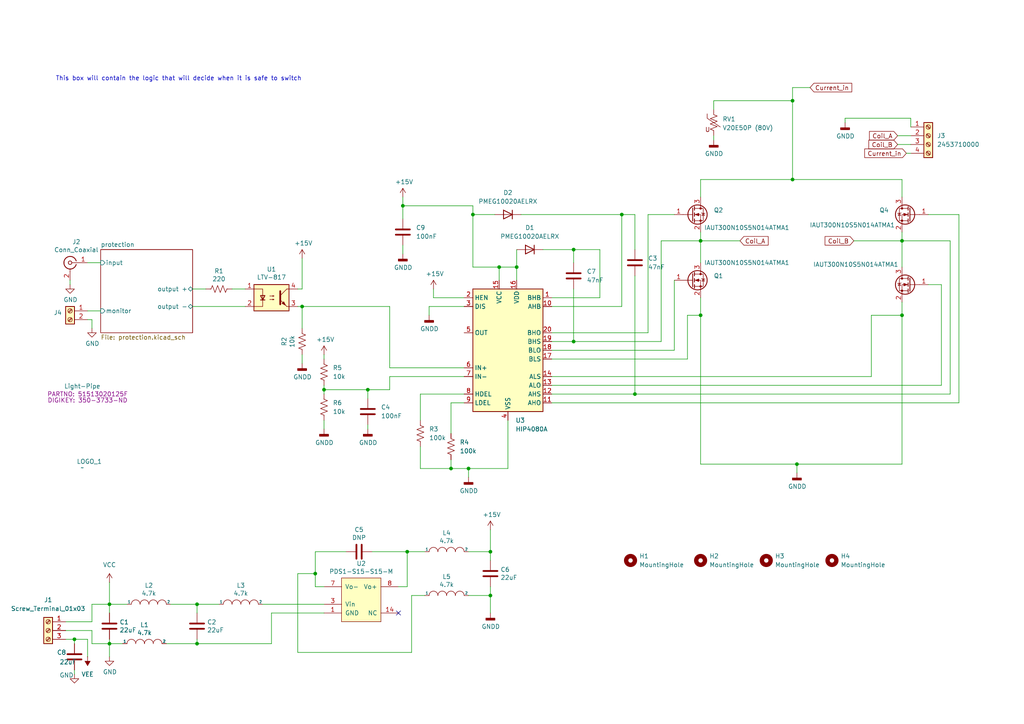
<source format=kicad_sch>
(kicad_sch (version 20231120) (generator "eeschema") (generator_version "8.0")
  (paper "A4")
  (title_block (title "H_Bridge") (date "04/20/2024"))
  (lib_symbols
    (symbol "Coil_speedifier-rescue:+15V-power" (power) (pin_names (offset 0))
      (property "Value" "power_+15V" (at 0 3.556 0))
      (symbol "+15V-power_0_1"
        (polyline (pts (xy -0.762 1.27) (xy 0 2.54)))
        (polyline (pts (xy 0 0) (xy 0 2.54)))
        (polyline (pts (xy 0 2.54) (xy 0.762 1.27)))
      )
      (symbol "+15V-power_1_1"
        (pin power_in line (at 0 0 90) (length 0) hide (name "+15V") (number "1"))
      )
    )
    (symbol "Coil_speedifier-rescue:GND-power" (power) (pin_names (offset 0))
      (property "Value" "power_GND" (at 0 -3.81 0))
      (symbol "GND-power_0_1"
        (polyline (pts (xy 0 0) (xy 0 -1.27) (xy 1.27 -1.27) (xy 0 -2.54) (xy -1.27 -1.27) (xy 0 -1.27)))
      )
      (symbol "GND-power_1_1"
        (pin power_in line (at 0 0 270) (length 0) hide (name "GND") (number "1"))
      )
    )
    (symbol "Coil_speedifier-rescue:GNDD-power" (power) (pin_names (offset 0))
      (property "Value" "power_GNDD" (at 0 -3.175 0))
      (symbol "GNDD-power_0_1"
        (rectangle (start -1.27 -1.524) (end 1.27 -2.032) (stroke (width 0.254)) (fill (type outline)))
        (polyline (pts (xy 0 0) (xy 0 -1.524)))
      )
      (symbol "GNDD-power_1_1"
        (pin power_in line (at 0 0 270) (length 0) hide (name "GNDD") (number "1"))
      )
    )
    (symbol "Coil_speedifier-rescue:INDUCTOR-pspice" (pin_numbers hide) (pin_names (offset 0))
      (property "Reference" "L" (at 0 2.54 0))
      (property "Value" "pspice_INDUCTOR" (at 0 -1.27 0))
      (symbol "INDUCTOR-pspice_0_1"
        (arc (start -2.54 0) (mid -3.81 1.27) (end -5.08 0))
        (arc (start 0 0) (mid -1.27 1.27) (end -2.54 0))
        (arc (start 2.54 0) (mid 1.27 1.27) (end 0 0))
        (arc (start 5.08 0) (mid 3.81 1.27) (end 2.54 0))
      )
      (symbol "INDUCTOR-pspice_1_1"
        (pin input line (at -6.35 0 0) (length 1.27) (name "1") (number "1"))
        (pin input line (at 6.35 0 180) (length 1.27) (name "2") (number "2"))
      )
    )
    (symbol "Connecteor:spare" (exclude_from_sim yes) (on_board no))
    (symbol "Connector:Conn_Coaxial" (pin_names (offset 1.016) hide)
      (property "Reference" "J" (at 0.254 3.048 0))
      (property "Value" "Conn_Coaxial" (at 2.921 0 90))
      (symbol "Conn_Coaxial_0_1"
        (arc (start -1.778 -0.508) (mid 0.2311 -1.8066) (end 1.778 0) (stroke (width 0.254)))
        (polyline (pts (xy -2.54 0) (xy -0.508 0)))
        (polyline (pts (xy 0 -2.54) (xy 0 -1.778)))
        (circle (center 0 0) (radius 0.508) (stroke (width 0.2032)))
        (arc (start 1.778 0) (mid 0.2099 1.8101) (end -1.778 0.508) (stroke (width 0.254)))
      )
      (symbol "Conn_Coaxial_1_1"
        (pin passive line (at -5.08 0 0) (length 2.54) (name "In") (number "1"))
        (pin passive line (at 0 -5.08 90) (length 2.54) (name "Ext") (number "2"))
      )
    )
    (symbol "Connector:Screw_Terminal_01x02" (pin_names (offset 1.016) hide)
      (property "Reference" "J" (at 0 2.54 0))
      (property "Value" "Screw_Terminal_01x02" (at 0 -5.08 0))
      (symbol "Screw_Terminal_01x02_1_1"
        (rectangle (start -1.27 1.27) (end 1.27 -3.81) (stroke (width 0.254)) (fill (type background)))
        (circle (center 0 -2.54) (radius 0.635) (stroke (width 0.1524)))
        (polyline (pts (xy -0.5334 -2.2098) (xy 0.3302 -3.048)) (stroke (width 0.1524)))
        (polyline (pts (xy -0.5334 0.3302) (xy 0.3302 -0.508)) (stroke (width 0.1524)))
        (polyline (pts (xy -0.3556 -2.032) (xy 0.508 -2.8702)) (stroke (width 0.1524)))
        (polyline (pts (xy -0.3556 0.508) (xy 0.508 -0.3302)) (stroke (width 0.1524)))
        (circle (center 0 0) (radius 0.635) (stroke (width 0.1524)))
        (pin passive line (at -5.08 0 0) (length 3.81) (name "Pin_1") (number "1"))
        (pin passive line (at -5.08 -2.54 0) (length 3.81) (name "Pin_2") (number "2"))
      )
    )
    (symbol "Connector:Screw_Terminal_01x03" (pin_names (offset 1.016) hide)
      (property "Reference" "J" (at 0 5.08 0))
      (property "Value" "Screw_Terminal_01x03" (at 0 -5.08 0))
      (symbol "Screw_Terminal_01x03_1_1"
        (rectangle (start -1.27 3.81) (end 1.27 -3.81) (stroke (width 0.254)) (fill (type background)))
        (circle (center 0 -2.54) (radius 0.635) (stroke (width 0.1524)))
        (polyline (pts (xy -0.5334 -2.2098) (xy 0.3302 -3.048)) (stroke (width 0.1524)))
        (polyline (pts (xy -0.5334 0.3302) (xy 0.3302 -0.508)) (stroke (width 0.1524)))
        (polyline (pts (xy -0.5334 2.8702) (xy 0.3302 2.032)) (stroke (width 0.1524)))
        (polyline (pts (xy -0.3556 -2.032) (xy 0.508 -2.8702)) (stroke (width 0.1524)))
        (polyline (pts (xy -0.3556 0.508) (xy 0.508 -0.3302)) (stroke (width 0.1524)))
        (polyline (pts (xy -0.3556 3.048) (xy 0.508 2.2098)) (stroke (width 0.1524)))
        (circle (center 0 0) (radius 0.635) (stroke (width 0.1524)))
        (circle (center 0 2.54) (radius 0.635) (stroke (width 0.1524)))
        (pin passive line (at -5.08 2.54 0) (length 3.81) (name "Pin_1") (number "1"))
        (pin passive line (at -5.08 0 0) (length 3.81) (name "Pin_2") (number "2"))
        (pin passive line (at -5.08 -2.54 0) (length 3.81) (name "Pin_3") (number "3"))
      )
    )
    (symbol "Connector:Screw_Terminal_01x04" (pin_names (offset 1.016) hide)
      (property "Reference" "J" (at 0 5.08 0))
      (property "Value" "Screw_Terminal_01x04" (at 0 -7.62 0))
      (symbol "Screw_Terminal_01x04_1_1"
        (rectangle (start -1.27 3.81) (end 1.27 -6.35) (stroke (width 0.254)) (fill (type background)))
        (circle (center 0 -5.08) (radius 0.635) (stroke (width 0.1524)))
        (circle (center 0 -2.54) (radius 0.635) (stroke (width 0.1524)))
        (polyline (pts (xy -0.5334 -4.7498) (xy 0.3302 -5.588)) (stroke (width 0.1524)))
        (polyline (pts (xy -0.5334 -2.2098) (xy 0.3302 -3.048)) (stroke (width 0.1524)))
        (polyline (pts (xy -0.5334 0.3302) (xy 0.3302 -0.508)) (stroke (width 0.1524)))
        (polyline (pts (xy -0.5334 2.8702) (xy 0.3302 2.032)) (stroke (width 0.1524)))
        (polyline (pts (xy -0.3556 -4.572) (xy 0.508 -5.4102)) (stroke (width 0.1524)))
        (polyline (pts (xy -0.3556 -2.032) (xy 0.508 -2.8702)) (stroke (width 0.1524)))
        (polyline (pts (xy -0.3556 0.508) (xy 0.508 -0.3302)) (stroke (width 0.1524)))
        (polyline (pts (xy -0.3556 3.048) (xy 0.508 2.2098)) (stroke (width 0.1524)))
        (circle (center 0 0) (radius 0.635) (stroke (width 0.1524)))
        (circle (center 0 2.54) (radius 0.635) (stroke (width 0.1524)))
        (pin passive line (at -5.08 2.54 0) (length 3.81) (name "Pin_1") (number "1"))
        (pin passive line (at -5.08 0 0) (length 3.81) (name "Pin_2") (number "2"))
        (pin passive line (at -5.08 -2.54 0) (length 3.81) (name "Pin_3") (number "3"))
        (pin passive line (at -5.08 -5.08 0) (length 3.81) (name "Pin_4") (number "4"))
      )
    )
    (symbol "Device:C" (pin_numbers hide) (pin_names (offset 0.254))
      (property "Reference" "C" (at 0.635 2.54 0))
      (property "Value" "C" (at 0.635 -2.54 0))
      (symbol "C_0_1"
        (polyline (pts (xy -2.032 -0.762) (xy 2.032 -0.762)) (stroke (width 0.508)))
        (polyline (pts (xy -2.032 0.762) (xy 2.032 0.762)) (stroke (width 0.508)))
      )
      (symbol "C_1_1"
        (pin passive line (at 0 3.81 270) (length 2.794) (name "~") (number "1"))
        (pin passive line (at 0 -3.81 90) (length 2.794) (name "~") (number "2"))
      )
    )
    (symbol "Device:D" (pin_numbers hide) (pin_names (offset 1.016) hide)
      (property "Reference" "D" (at 0 2.54 0))
      (property "Value" "D" (at 0 -2.54 0))
      (symbol "D_0_1"
        (polyline (pts (xy -1.27 1.27) (xy -1.27 -1.27)) (stroke (width 0.254)))
        (polyline (pts (xy 1.27 0) (xy -1.27 0)))
        (polyline (pts (xy 1.27 1.27) (xy 1.27 -1.27) (xy -1.27 0) (xy 1.27 1.27)) (stroke (width 0.254)))
      )
      (symbol "D_1_1"
        (pin passive line (at -3.81 0 0) (length 2.54) (name "K") (number "1"))
        (pin passive line (at 3.81 0 180) (length 2.54) (name "A") (number "2"))
      )
    )
    (symbol "Device:Q_NMOS_GSD" (pin_names (offset 0) hide)
      (property "Reference" "Q" (at 5.08 1.27 0))
      (property "Value" "Q_NMOS_GSD" (at 5.08 -1.27 0))
      (symbol "Q_NMOS_GSD_0_1"
        (polyline (pts (xy 0.254 0) (xy -2.54 0)))
        (polyline (pts (xy 0.254 1.905) (xy 0.254 -1.905)) (stroke (width 0.254)))
        (polyline (pts (xy 0.762 -1.27) (xy 0.762 -2.286)) (stroke (width 0.254)))
        (polyline (pts (xy 0.762 0.508) (xy 0.762 -0.508)) (stroke (width 0.254)))
        (polyline (pts (xy 0.762 2.286) (xy 0.762 1.27)) (stroke (width 0.254)))
        (polyline (pts (xy 2.54 2.54) (xy 2.54 1.778)))
        (polyline (pts (xy 2.54 -2.54) (xy 2.54 0) (xy 0.762 0)))
        (polyline (pts (xy 0.762 -1.778) (xy 3.302 -1.778) (xy 3.302 1.778) (xy 0.762 1.778)))
        (polyline (pts (xy 1.016 0) (xy 2.032 0.381) (xy 2.032 -0.381) (xy 1.016 0)) (fill (type outline)))
        (polyline (pts (xy 2.794 0.508) (xy 2.921 0.381) (xy 3.683 0.381) (xy 3.81 0.254)))
        (polyline (pts (xy 3.302 0.381) (xy 2.921 -0.254) (xy 3.683 -0.254) (xy 3.302 0.381)))
        (circle (center 1.651 0) (radius 2.794) (stroke (width 0.254)))
        (circle (center 2.54 -1.778) (radius 0.254) (fill (type outline)))
        (circle (center 2.54 1.778) (radius 0.254) (fill (type outline)))
      )
      (symbol "Q_NMOS_GSD_1_1"
        (pin input line (at -5.08 0 0) (length 2.54) (name "G") (number "1"))
        (pin passive line (at 2.54 -5.08 90) (length 2.54) (name "S") (number "2"))
        (pin passive line (at 2.54 5.08 270) (length 2.54) (name "D") (number "3"))
      )
    )
    (symbol "Device:R_US" (pin_numbers hide) (pin_names (offset 0))
      (property "Reference" "R" (at 2.54 0 90))
      (property "Value" "R_US" (at -2.54 0 90))
      (symbol "R_US_0_1"
        (polyline (pts (xy 0 -2.286) (xy 0 -2.54)))
        (polyline (pts (xy 0 2.286) (xy 0 2.54)))
        (polyline (pts (xy 0 -0.762) (xy 1.016 -1.143) (xy 0 -1.524) (xy -1.016 -1.905) (xy 0 -2.286)))
        (polyline (pts (xy 0 0.762) (xy 1.016 0.381) (xy 0 0) (xy -1.016 -0.381) (xy 0 -0.762)))
        (polyline (pts (xy 0 2.286) (xy 1.016 1.905) (xy 0 1.524) (xy -1.016 1.143) (xy 0 0.762)))
      )
      (symbol "R_US_1_1"
        (pin passive line (at 0 3.81 270) (length 1.27) (name "~") (number "1"))
        (pin passive line (at 0 -3.81 90) (length 1.27) (name "~") (number "2"))
      )
    )
    (symbol "Device:Varistor_US" (pin_numbers hide) (pin_names (offset 0))
      (property "Reference" "RV" (at 3.175 0 90))
      (property "Value" "Varistor_US" (at -3.175 0 90))
      (symbol "Varistor_US_0_0"
        (text "U" (at -1.778 -2.032 0) (effects (font (size 1.27 1.27))))
      )
      (symbol "Varistor_US_0_1"
        (polyline (pts (xy 0 -2.286) (xy 0 -2.54)))
        (polyline (pts (xy 0 2.286) (xy 0 2.54)))
        (polyline (pts (xy -1.905 2.54) (xy -1.905 1.27) (xy 1.905 -1.27)))
        (polyline (pts (xy 0 -0.762) (xy 1.016 -1.143) (xy 0 -1.524) (xy -1.016 -1.905) (xy 0 -2.286)))
        (polyline (pts (xy 0 0.762) (xy 1.016 0.381) (xy 0 0) (xy -1.016 -0.381) (xy 0 -0.762)))
        (polyline (pts (xy 0 2.286) (xy 1.016 1.905) (xy 0 1.524) (xy -1.016 1.143) (xy 0 0.762)))
      )
      (symbol "Varistor_US_1_1"
        (pin passive line (at 0 3.81 270) (length 1.27) (name "~") (number "1"))
        (pin passive line (at 0 -3.81 90) (length 1.27) (name "~") (number "2"))
      )
    )
    (symbol "Driver_FET:HIP4080A"
      (property "Reference" "U" (at 5.08 21.59 0))
      (property "Value" "HIP4080A" (at 5.08 19.05 0))
      (symbol "HIP4080A_0_1"
        (rectangle (start -10.16 -17.78) (end 10.16 17.78) (stroke (width 0.254)) (fill (type background)))
      )
      (symbol "HIP4080A_1_1"
        (pin input line (at 12.7 15.24 180) (length 2.54) (name "BHB") (number "1"))
        (pin input line (at 12.7 12.7 180) (length 2.54) (name "AHB") (number "10"))
        (pin output line (at 12.7 -15.24 180) (length 2.54) (name "AHO") (number "11"))
        (pin passive line (at 12.7 -12.7 180) (length 2.54) (name "AHS") (number "12"))
        (pin output line (at 12.7 -10.16 180) (length 2.54) (name "ALO") (number "13"))
        (pin passive line (at 12.7 -7.62 180) (length 2.54) (name "ALS") (number "14"))
        (pin power_in line (at -2.54 20.32 270) (length 2.54) (name "VCC") (number "15"))
        (pin power_in line (at 2.54 20.32 270) (length 2.54) (name "VDD") (number "16"))
        (pin passive line (at 12.7 -2.54 180) (length 2.54) (name "BLS") (number "17"))
        (pin output line (at 12.7 0 180) (length 2.54) (name "BLO") (number "18"))
        (pin passive line (at 12.7 2.54 180) (length 2.54) (name "BHS") (number "19"))
        (pin output line (at -12.7 15.24 0) (length 2.54) (name "HEN") (number "2"))
        (pin output line (at 12.7 5.08 180) (length 2.54) (name "BHO") (number "20"))
        (pin output line (at -12.7 12.7 0) (length 2.54) (name "DIS") (number "3"))
        (pin power_in line (at 0 -20.32 90) (length 2.54) (name "VSS") (number "4"))
        (pin output line (at -12.7 5.08 0) (length 2.54) (name "OUT") (number "5"))
        (pin input line (at -12.7 -5.08 0) (length 2.54) (name "IN+") (number "6"))
        (pin input line (at -12.7 -7.62 0) (length 2.54) (name "IN-") (number "7"))
        (pin passive line (at -12.7 -12.7 0) (length 2.54) (name "HDEL") (number "8"))
        (pin passive line (at -12.7 -15.24 0) (length 2.54) (name "LDEL") (number "9"))
      )
    )
    (symbol "Isolator:LTV-817" (pin_names (offset 1.016))
      (property "Reference" "U" (at -5.08 5.08 0))
      (property "Value" "LTV-817" (at 0 5.08 0))
      (symbol "LTV-817_0_1"
        (rectangle (start -5.08 3.81) (end 5.08 -3.81) (stroke (width 0.254)) (fill (type background)))
        (polyline (pts (xy -3.175 -0.635) (xy -1.905 -0.635)) (stroke (width 0.254)))
        (polyline (pts (xy 2.54 0.635) (xy 4.445 2.54)))
        (polyline (pts (xy 4.445 -2.54) (xy 2.54 -0.635)) (fill (type outline)))
        (polyline (pts (xy 4.445 -2.54) (xy 5.08 -2.54)))
        (polyline (pts (xy 4.445 2.54) (xy 5.08 2.54)))
        (polyline (pts (xy -5.08 2.54) (xy -2.54 2.54) (xy -2.54 -0.762)))
        (polyline (pts (xy -2.54 -0.635) (xy -2.54 -2.54) (xy -5.08 -2.54)))
        (polyline (pts (xy 2.54 1.905) (xy 2.54 -1.905) (xy 2.54 -1.905)) (stroke (width 0.508)))
        (polyline (pts (xy -2.54 -0.635) (xy -3.175 0.635) (xy -1.905 0.635) (xy -2.54 -0.635)) (stroke (width 0.254)))
        (polyline (pts (xy -0.508 -0.508) (xy 0.762 -0.508) (xy 0.381 -0.635) (xy 0.381 -0.381) (xy 0.762 -0.508)))
        (polyline (pts (xy -0.508 0.508) (xy 0.762 0.508) (xy 0.381 0.381) (xy 0.381 0.635) (xy 0.762 0.508)))
        (polyline (pts (xy 3.048 -1.651) (xy 3.556 -1.143) (xy 4.064 -2.159) (xy 3.048 -1.651) (xy 3.048 -1.651)) (fill (type outline)))
      )
      (symbol "LTV-817_1_1"
        (pin passive line (at -7.62 2.54 0) (length 2.54) (name "~") (number "1"))
        (pin passive line (at -7.62 -2.54 0) (length 2.54) (name "~") (number "2"))
        (pin passive line (at 7.62 -2.54 180) (length 2.54) (name "~") (number "3"))
        (pin passive line (at 7.62 2.54 180) (length 2.54) (name "~") (number "4"))
      )
    )
    (symbol "Mechanical:MountingHole" (pin_names (offset 1.016)) (exclude_from_sim yes) (in_bom no)
      (property "Reference" "H" (at 0 5.08 0))
      (property "Value" "MountingHole" (at 0 3.175 0))
      (symbol "MountingHole_0_1"
        (circle (center 0 0) (radius 1.27) (stroke (width 1.27)))
      )
    )
    (symbol "coil_speedifier:PDS1-S15-S15-M" (pin_names (offset 1.016))
      (property "Reference" "U" (at -1.27 13.97 0))
      (property "Value" "PDS1-S15-S15-M" (at 2.54 -1.27 0))
      (symbol "PDS1-S15-S15-M_0_1"
        (rectangle (start 0 12.7) (end 11.43 0) (fill (type background)))
      )
      (symbol "PDS1-S15-S15-M_1_1"
        (pin input line (at -5.08 10.16 0) (length 5.08) (name "GND") (number "1"))
        (pin input line (at 16.51 10.16 180) (length 5.08) (name "NC") (number "14"))
        (pin input line (at -5.08 7.62 0) (length 5.08) (name "Vin") (number "3"))
        (pin input line (at -5.08 2.54 0) (length 5.08) (name "Vo-") (number "7"))
        (pin input line (at 16.51 2.54 180) (length 5.08) (name "Vo+") (number "8"))
      )
    )
    (symbol "power:VCC" (power) (pin_numbers hide) (pin_names (offset 0) hide)
      (property "Value" "VCC" (at 0 3.556 0))
      (symbol "VCC_0_1"
        (polyline (pts (xy -0.762 1.27) (xy 0 2.54)))
        (polyline (pts (xy 0 0) (xy 0 2.54)))
        (polyline (pts (xy 0 2.54) (xy 0.762 1.27)))
      )
      (symbol "VCC_1_1"
        (pin power_in line (at 0 0 90) (length 0) (name "~") (number "1"))
      )
    )
    (symbol "power:VEE" (power) (pin_numbers hide) (pin_names (offset 0) hide)
      (property "Value" "VEE" (at 0 3.556 0))
      (symbol "VEE_0_1"
        (polyline (pts (xy 0 0) (xy 0 2.54)))
        (polyline (pts (xy 0.762 1.27) (xy -0.762 1.27) (xy 0 2.54) (xy 0.762 1.27)) (fill (type outline)))
      )
      (symbol "VEE_1_1"
        (pin power_in line (at 0 0 90) (length 0) (name "~") (number "1"))
      )
    )
  )
  (junction (at 203.2 91.44))
  (junction (at 231.14 134.62))
  (junction (at 57.15 186.69))
  (junction (at 149.86 77.47))
  (junction (at 142.24 172.72))
  (junction (at 261.62 91.44))
  (junction (at 184.15 114.3))
  (junction (at 137.16 62.23))
  (junction (at 135.89 135.89))
  (junction (at 116.84 59.69))
  (junction (at 229.87 29.21))
  (junction (at 229.87 52.07))
  (junction (at 166.37 99.06))
  (junction (at 203.2 69.85))
  (junction (at 118.11 160.02))
  (junction (at 87.63 88.9))
  (junction (at 166.37 72.39))
  (junction (at 93.98 113.03))
  (junction (at 21.59 185.42))
  (junction (at 180.34 62.23))
  (junction (at 31.75 175.26))
  (junction (at 91.44 166.37))
  (junction (at 261.62 69.85))
  (junction (at 57.15 175.26))
  (junction (at 106.68 113.03))
  (junction (at 130.81 135.89))
  (junction (at 31.75 186.69))
  (junction (at 142.24 160.02))
  (junction (at 144.78 77.47))
  (no_connect (at 115.57 177.8))
  (wire (pts (xy 93.98 113.03) (xy 106.68 113.03)))
  (wire (pts (xy 106.68 113.03) (xy 113.03 113.03)))
  (wire (pts (xy 19.05 182.88) (xy 26.67 182.88)))
  (wire (pts (xy 87.63 102.87) (xy 87.63 105.41)))
  (wire (pts (xy 142.24 172.72) (xy 142.24 177.8)))
  (wire (pts (xy 121.92 135.89) (xy 121.92 129.54)))
  (wire (pts (xy 67.31 83.82) (xy 71.12 83.82)))
  (wire (pts (xy 278.13 62.23) (xy 269.24 62.23)))
  (wire (pts (xy 25.4 90.17) (xy 29.21 90.17)))
  (wire (pts (xy 121.92 114.3) (xy 134.62 114.3)))
  (wire (pts (xy 26.67 186.69) (xy 31.75 186.69)))
  (wire (pts (xy 137.16 77.47) (xy 137.16 62.23)))
  (wire (pts (xy 160.02 99.06) (xy 166.37 99.06)))
  (wire (pts (xy 203.2 86.36) (xy 203.2 91.44)))
  (wire (pts (xy 191.77 69.85) (xy 203.2 69.85)))
  (wire (pts (xy 166.37 72.39) (xy 166.37 76.2)))
  (wire (pts (xy 86.36 189.23) (xy 119.38 189.23)))
  (wire (pts (xy 252.73 109.22) (xy 252.73 91.44)))
  (wire (pts (xy 166.37 72.39) (xy 173.99 72.39)))
  (wire (pts (xy 180.34 88.9) (xy 180.34 62.23)))
  (wire (pts (xy 160.02 101.6) (xy 195.58 101.6)))
  (wire (pts (xy 142.24 160.02) (xy 142.24 162.56)))
  (wire (pts (xy 137.16 77.47) (xy 144.78 77.47)))
  (wire (pts (xy 195.58 81.28) (xy 195.58 101.6)))
  (wire (pts (xy 207.01 31.75) (xy 207.01 29.21)))
  (wire (pts (xy 269.24 82.55) (xy 273.05 82.55)))
  (wire (pts (xy 203.2 134.62) (xy 231.14 134.62)))
  (wire (pts (xy 207.01 29.21) (xy 229.87 29.21)))
  (wire (pts (xy 229.87 29.21) (xy 229.87 52.07)))
  (wire (pts (xy 118.11 170.18) (xy 115.57 170.18)))
  (wire (pts (xy 116.84 57.15) (xy 116.84 59.69)))
  (wire (pts (xy 262.89 44.45) (xy 264.16 44.45)))
  (wire (pts (xy 160.02 96.52) (xy 187.96 96.52)))
  (wire (pts (xy 184.15 80.01) (xy 184.15 114.3)))
  (wire (pts (xy 134.62 116.84) (xy 130.81 116.84)))
  (wire (pts (xy 180.34 62.23) (xy 184.15 62.23)))
  (wire (pts (xy 130.81 133.35) (xy 130.81 135.89)))
  (wire (pts (xy 107.95 160.02) (xy 118.11 160.02)))
  (wire (pts (xy 106.68 123.19) (xy 106.68 124.46)))
  (wire (pts (xy 93.98 175.26) (xy 76.2 175.26)))
  (wire (pts (xy 124.46 88.9) (xy 134.62 88.9)))
  (wire (pts (xy 116.84 59.69) (xy 116.84 63.5)))
  (wire (pts (xy 147.32 135.89) (xy 135.89 135.89)))
  (wire (pts (xy 160.02 114.3) (xy 184.15 114.3)))
  (wire (pts (xy 184.15 114.3) (xy 275.59 114.3)))
  (wire (pts (xy 275.59 114.3) (xy 275.59 69.85)))
  (wire (pts (xy 113.03 106.68) (xy 113.03 88.9)))
  (wire (pts (xy 261.62 69.85) (xy 275.59 69.85)))
  (wire (pts (xy 149.86 81.28) (xy 149.86 77.47)))
  (wire (pts (xy 93.98 170.18) (xy 91.44 170.18)))
  (wire (pts (xy 260.35 41.91) (xy 264.16 41.91)))
  (wire (pts (xy 203.2 91.44) (xy 203.2 134.62)))
  (wire (pts (xy 245.11 34.29) (xy 264.16 34.29)))
  (wire (pts (xy 26.67 95.25) (xy 26.67 92.71)))
  (wire (pts (xy 137.16 62.23) (xy 143.51 62.23)))
  (wire (pts (xy 135.89 135.89) (xy 130.81 135.89)))
  (wire (pts (xy 93.98 124.46) (xy 93.98 121.92)))
  (wire (pts (xy 63.5 175.26) (xy 57.15 175.26)))
  (wire (pts (xy 229.87 52.07) (xy 261.62 52.07)))
  (wire (pts (xy 119.38 172.72) (xy 123.19 172.72)))
  (wire (pts (xy 231.14 134.62) (xy 261.62 134.62)))
  (wire (pts (xy 93.98 111.76) (xy 93.98 113.03)))
  (wire (pts (xy 25.4 76.2) (xy 29.21 76.2)))
  (wire (pts (xy 173.99 72.39) (xy 173.99 86.36)))
  (wire (pts (xy 21.59 185.42) (xy 19.05 185.42)))
  (wire (pts (xy 144.78 81.28) (xy 144.78 77.47)))
  (wire (pts (xy 147.32 121.92) (xy 147.32 135.89)))
  (wire (pts (xy 57.15 175.26) (xy 57.15 177.8)))
  (wire (pts (xy 203.2 69.85) (xy 203.2 76.2)))
  (wire (pts (xy 123.19 160.02) (xy 118.11 160.02)))
  (wire (pts (xy 91.44 166.37) (xy 91.44 160.02)))
  (wire (pts (xy 48.26 186.69) (xy 57.15 186.69)))
  (wire (pts (xy 93.98 177.8) (xy 78.74 177.8)))
  (wire (pts (xy 124.46 88.9) (xy 124.46 91.44)))
  (wire (pts (xy 260.35 39.37) (xy 264.16 39.37)))
  (wire (pts (xy 252.73 91.44) (xy 261.62 91.44)))
  (wire (pts (xy 166.37 83.82) (xy 166.37 99.06)))
  (wire (pts (xy 55.88 83.82) (xy 59.69 83.82)))
  (wire (pts (xy 135.89 160.02) (xy 142.24 160.02)))
  (wire (pts (xy 19.05 180.34) (xy 26.67 180.34)))
  (wire (pts (xy 87.63 74.93) (xy 87.63 83.82)))
  (wire (pts (xy 119.38 189.23) (xy 119.38 172.72)))
  (wire (pts (xy 184.15 62.23) (xy 184.15 72.39)))
  (wire (pts (xy 91.44 170.18) (xy 91.44 166.37)))
  (wire (pts (xy 166.37 99.06) (xy 191.77 99.06)))
  (wire (pts (xy 203.2 69.85) (xy 214.63 69.85)))
  (wire (pts (xy 36.83 175.26) (xy 31.75 175.26)))
  (wire (pts (xy 118.11 160.02) (xy 118.11 170.18)))
  (wire (pts (xy 26.67 182.88) (xy 26.67 186.69)))
  (wire (pts (xy 207.01 39.37) (xy 207.01 40.64)))
  (wire (pts (xy 160.02 104.14) (xy 199.39 104.14)))
  (wire (pts (xy 142.24 153.67) (xy 142.24 160.02)))
  (wire (pts (xy 21.59 194.31) (xy 21.59 195.58)))
  (wire (pts (xy 86.36 166.37) (xy 86.36 189.23)))
  (wire (pts (xy 57.15 175.26) (xy 49.53 175.26)))
  (wire (pts (xy 31.75 168.91) (xy 31.75 175.26)))
  (wire (pts (xy 57.15 186.69) (xy 57.15 185.42)))
  (wire (pts (xy 151.13 62.23) (xy 180.34 62.23)))
  (wire (pts (xy 26.67 175.26) (xy 26.67 180.34)))
  (wire (pts (xy 113.03 113.03) (xy 113.03 109.22)))
  (wire (pts (xy 149.86 77.47) (xy 149.86 72.39)))
  (wire (pts (xy 261.62 52.07) (xy 261.62 57.15)))
  (wire (pts (xy 173.99 86.36) (xy 160.02 86.36)))
  (wire (pts (xy 106.68 113.03) (xy 106.68 115.57)))
  (wire (pts (xy 31.75 185.42) (xy 31.75 186.69)))
  (wire (pts (xy 91.44 160.02) (xy 100.33 160.02)))
  (wire (pts (xy 87.63 88.9) (xy 87.63 95.25)))
  (wire (pts (xy 31.75 186.69) (xy 35.56 186.69)))
  (wire (pts (xy 137.16 59.69) (xy 137.16 62.23)))
  (wire (pts (xy 261.62 69.85) (xy 261.62 77.47)))
  (wire (pts (xy 160.02 111.76) (xy 273.05 111.76)))
  (wire (pts (xy 199.39 91.44) (xy 203.2 91.44)))
  (wire (pts (xy 160.02 109.22) (xy 252.73 109.22)))
  (wire (pts (xy 261.62 91.44) (xy 261.62 134.62)))
  (wire (pts (xy 199.39 104.14) (xy 199.39 91.44)))
  (wire (pts (xy 130.81 116.84) (xy 130.81 125.73)))
  (wire (pts (xy 261.62 87.63) (xy 261.62 91.44)))
  (wire (pts (xy 87.63 88.9) (xy 113.03 88.9)))
  (wire (pts (xy 121.92 135.89) (xy 130.81 135.89)))
  (wire (pts (xy 187.96 62.23) (xy 187.96 96.52)))
  (wire (pts (xy 142.24 172.72) (xy 142.24 170.18)))
  (wire (pts (xy 31.75 175.26) (xy 26.67 175.26)))
  (wire (pts (xy 191.77 99.06) (xy 191.77 69.85)))
  (wire (pts (xy 116.84 59.69) (xy 137.16 59.69)))
  (wire (pts (xy 231.14 137.16) (xy 231.14 134.62)))
  (wire (pts (xy 203.2 57.15) (xy 203.2 52.07)))
  (wire (pts (xy 93.98 113.03) (xy 93.98 114.3)))
  (wire (pts (xy 93.98 102.87) (xy 93.98 104.14)))
  (wire (pts (xy 78.74 177.8) (xy 78.74 186.69)))
  (wire (pts (xy 125.73 86.36) (xy 134.62 86.36)))
  (wire (pts (xy 160.02 88.9) (xy 180.34 88.9)))
  (wire (pts (xy 116.84 73.66) (xy 116.84 71.12)))
  (wire (pts (xy 26.67 92.71) (xy 25.4 92.71)))
  (wire (pts (xy 203.2 67.31) (xy 203.2 69.85)))
  (wire (pts (xy 135.89 172.72) (xy 142.24 172.72)))
  (wire (pts (xy 78.74 186.69) (xy 57.15 186.69)))
  (wire (pts (xy 20.32 81.28) (xy 20.32 82.55)))
  (wire (pts (xy 157.48 72.39) (xy 166.37 72.39)))
  (wire (pts (xy 264.16 34.29) (xy 264.16 36.83)))
  (wire (pts (xy 229.87 25.4) (xy 234.95 25.4)))
  (wire (pts (xy 55.88 88.9) (xy 71.12 88.9)))
  (wire (pts (xy 25.4 185.42) (xy 21.59 185.42)))
  (wire (pts (xy 125.73 86.36) (xy 125.73 83.82)))
  (wire (pts (xy 91.44 166.37) (xy 86.36 166.37)))
  (wire (pts (xy 144.78 77.47) (xy 149.86 77.47)))
  (wire (pts (xy 273.05 111.76) (xy 273.05 82.55)))
  (wire (pts (xy 31.75 190.5) (xy 31.75 186.69)))
  (wire (pts (xy 86.36 88.9) (xy 87.63 88.9)))
  (wire (pts (xy 121.92 121.92) (xy 121.92 114.3)))
  (wire (pts (xy 31.75 175.26) (xy 31.75 177.8)))
  (wire (pts (xy 229.87 29.21) (xy 229.87 25.4)))
  (wire (pts (xy 245.11 34.29) (xy 245.11 35.56)))
  (wire (pts (xy 187.96 62.23) (xy 195.58 62.23)))
  (wire (pts (xy 21.59 185.42) (xy 21.59 186.69)))
  (wire (pts (xy 160.02 116.84) (xy 278.13 116.84)))
  (wire (pts (xy 278.13 62.23) (xy 278.13 116.84)))
  (wire (pts (xy 25.4 190.5) (xy 25.4 185.42)))
  (wire (pts (xy 261.62 67.31) (xy 261.62 69.85)))
  (wire (pts (xy 113.03 106.68) (xy 134.62 106.68)))
  (wire (pts (xy 135.89 138.43) (xy 135.89 135.89)))
  (wire (pts (xy 247.65 69.85) (xy 261.62 69.85)))
  (wire (pts (xy 203.2 52.07) (xy 229.87 52.07)))
  (wire (pts (xy 113.03 109.22) (xy 134.62 109.22)))
  (wire (pts (xy 87.63 83.82) (xy 86.36 83.82)))
  (text "This box will contain the logic that will decide when it is safe to switch" (at 51.816 22.86 0) (effects (font (size 1.27 1.27))))
  (global_label "Coil_A" (shape input) (at 260.35 39.37 180) (property "Intersheetrefs" "${INTERSHEET_REFS}" (effects (hide yes))))
  (global_label "Coil_B" (shape input) (at 247.65 69.85 180) (property "Intersheetrefs" "${INTERSHEET_REFS}" (effects (hide yes))))
  (global_label "Coil_B" (shape input) (at 260.35 41.91 180) (property "Intersheetrefs" "${INTERSHEET_REFS}" (effects (hide yes))))
  (global_label "Coil_A" (shape input) (at 214.63 69.85 0) (property "Intersheetrefs" "${INTERSHEET_REFS}" (effects (hide yes))))
  (global_label "Current_in" (shape input) (at 234.95 25.4 0) (property "Intersheetrefs" "${INTERSHEET_REFS}" (effects (hide yes))))
  (global_label "Current_in" (shape input) (at 262.89 44.45 180) (property "Intersheetrefs" "${INTERSHEET_REFS}" (effects (hide yes))))
  (symbol (lib_id "Isolator:LTV-817") (at 78.74 86.36 0) (unit 1)
    (property "Reference" "U1" (at 78.74 78.105 0))
    (property "Value" "LTV-817" (at 78.74 80.4164 0))
    (property "Footprint" "Housings_DIP:DIP-4_W10.16mm_LongPads" (effects (hide yes)))
    (property "Datasheet" "http://www.us.liteon.com/downloads/LTV-817-827-847.PDF" (effects (hide yes)))
    (property "DIGIKEY" "160-1366-5-ND" (effects (hide yes)))
    (property "PARTNO" "LTV-817" (effects (hide yes)))
  )
  (symbol (lib_id "coil_speedifier:PDS1-S15-S15-M") (at 99.06 167.64 0) (mirror x) (unit 1)
    (property "Reference" "U2" (at 104.775 163.449 0))
    (property "Value" "PDS1-S15-S15-M" (at 104.775 165.7604 0))
    (property "Footprint" "Converters_DCDC_ACDC:DCDC-Conv_muRata_NXE2SxxxxMC" (effects (hide yes)))
    (property "PARTNO" "PDS1-S15-S15-M" (effects (hide yes)))
    (property "DIGIKEY" "102-4546-ND" (effects (hide yes)))
  )
  (symbol (lib_id "Coil_speedifier-rescue:+15V-power") (at 87.63 74.93 0) (unit 1)
    (property "Reference" "#PWR04" (effects (hide yes)))
    (property "Value" "+15V" (at 88.011 70.5358 0))
  )
  (symbol (lib_id "Connector:Conn_Coaxial") (at 20.32 76.2 0) (mirror y) (unit 1)
    (property "Reference" "J2" (at 22.1488 70.1548 0))
    (property "Value" "Conn_Coaxial" (at 22.1488 72.4662 0))
    (property "Footprint" "Connectors_TE-Connectivity:BNC_Socket_TYCO-AMP" (effects (hide yes)))
    (property "Datasheet" " ~" (effects (hide yes)))
    (property "DIGIKEY" "A32260-ND" (effects (hide yes)))
    (property "PARTNO" "5227161-7" (effects (hide yes)))
  )
  (symbol (lib_id "Coil_speedifier-rescue:GNDD-power") (at 87.63 105.41 0) (unit 1)
    (property "Reference" "#PWR0101" (effects (hide yes)))
    (property "Value" "GNDD" (at 87.7316 109.347 0))
  )
  (symbol (lib_id "Device:R_US") (at 63.5 83.82 270) (unit 1)
    (property "Reference" "R1" (at 63.5 78.613 90))
    (property "Value" "220" (at 63.5 80.9244 90))
    (property "Footprint" "Resistors_SMD:R_0805" (effects (hide yes)))
    (property "DIGIKEY" "A129741CT-ND" (effects (hide yes)))
    (property "PARTNO" "CRGCQ0805F220R" (effects (hide yes)))
  )
  (symbol (lib_id "Coil_speedifier-rescue:GND-power") (at 20.32 82.55 0) (unit 1)
    (property "Reference" "#PWR02" (effects (hide yes)))
    (property "Value" "GND" (at 20.447 86.9442 0))
  )
  (symbol (lib_id "Coil_speedifier-rescue:INDUCTOR-pspice") (at 69.85 175.26 0) (unit 1)
    (property "Reference" "L3" (at 69.85 169.799 0))
    (property "Value" "4.7k" (at 69.85 172.1104 0))
    (property "Footprint" "Inductors_SMD:L_0805" (effects (hide yes)))
    (property "DIGIKEY" "490-BLM21HE472SN1LCT-ND" (effects (hide yes)))
    (property "PARTNO" "BLM21HE472SN1L" (effects (hide yes)))
  )
  (symbol (lib_id "Device:C") (at 57.15 181.61 0) (unit 1)
    (property "Reference" "C2" (at 60.071 180.4416 0) (effects (justify left)))
    (property "Value" "22uF" (at 60.071 182.753 0) (effects (justify left)))
    (property "Footprint" "Capacitor_SMD:C_0805_2012Metric" (effects (hide yes)))
    (property "DIGIKEY" "445-14428-1-ND" (effects (hide yes)))
    (property "PARTNO" "C2012X5R1V226M125AC" (effects (hide yes)))
  )
  (symbol (lib_id "Coil_speedifier-rescue:GNDD-power") (at 142.24 177.8 0) (unit 1)
    (property "Reference" "#PWR012" (effects (hide yes)))
    (property "Value" "GNDD" (at 142.3416 181.737 0))
  )
  (symbol (lib_id "Coil_speedifier-rescue:INDUCTOR-pspice") (at 43.18 175.26 0) (unit 1)
    (property "Reference" "L2" (at 43.18 169.799 0))
    (property "Value" "4.7k" (at 43.18 172.1104 0))
    (property "Footprint" "Inductors_SMD:L_0805" (effects (hide yes)))
    (property "DIGIKEY" "490-BLM21HE472SN1LCT-ND" (effects (hide yes)))
    (property "PARTNO" "BLM21HE472SN1L" (effects (hide yes)))
  )
  (symbol (lib_id "Coil_speedifier-rescue:INDUCTOR-pspice") (at 41.91 186.69 0) (unit 1)
    (property "Reference" "L1" (at 41.91 181.229 0))
    (property "Value" "4.7k" (at 41.91 183.5404 0))
    (property "Footprint" "Inductors_SMD:L_0805" (effects (hide yes)))
    (property "DIGIKEY" "490-BLM21HE472SN1LCT-ND" (effects (hide yes)))
    (property "PARTNO" "BLM21HE472SN1L" (effects (hide yes)))
  )
  (symbol (lib_id "Coil_speedifier-rescue:GND-power") (at 31.75 190.5 0) (unit 1)
    (property "Reference" "#PWR01" (effects (hide yes)))
    (property "Value" "GND" (at 31.877 194.8942 0))
  )
  (symbol (lib_id "Device:C") (at 31.75 181.61 0) (unit 1)
    (property "Reference" "C1" (at 34.671 180.4416 0) (effects (justify left)))
    (property "Value" "22uF" (at 34.671 182.753 0) (effects (justify left)))
    (property "Footprint" "Capacitor_SMD:C_0805_2012Metric" (effects (hide yes)))
    (property "DIGIKEY" "445-14428-1-ND" (effects (hide yes)))
    (property "PARTNO" "C2012X5R1V226M125AC" (effects (hide yes)))
  )
  (symbol (lib_id "Device:C") (at 104.14 160.02 270) (unit 1)
    (property "Reference" "C5" (at 104.14 153.6192 90))
    (property "Value" "DNP" (at 104.14 155.9306 90))
    (property "Footprint" "Capacitor_SMD:C_0805_2012Metric" (effects (hide yes)))
  )
  (symbol (lib_id "Coil_speedifier-rescue:INDUCTOR-pspice") (at 129.54 172.72 0) (unit 1)
    (property "Reference" "L5" (at 129.54 167.259 0))
    (property "Value" "4.7k" (at 129.54 169.5704 0))
    (property "Footprint" "Inductors_SMD:L_0805" (effects (hide yes)))
    (property "DIGIKEY" "490-BLM21HE472SN1LCT-ND" (effects (hide yes)))
    (property "PARTNO" "BLM21HE472SN1L" (effects (hide yes)))
  )
  (symbol (lib_id "Coil_speedifier-rescue:INDUCTOR-pspice") (at 129.54 160.02 0) (unit 1)
    (property "Reference" "L4" (at 129.54 154.559 0))
    (property "Value" "4.7k" (at 129.54 156.8704 0))
    (property "Footprint" "Inductors_SMD:L_0805" (effects (hide yes)))
    (property "DIGIKEY" "490-BLM21HE472SN1LCT-ND" (effects (hide yes)))
    (property "PARTNO" "BLM21HE472SN1L" (effects (hide yes)))
  )
  (symbol (lib_id "Device:C") (at 142.24 166.37 180) (unit 1)
    (property "Reference" "C6" (at 145.161 165.2016 0) (effects (justify right)))
    (property "Value" "22uF" (at 145.161 167.513 0) (effects (justify right)))
    (property "Footprint" "Capacitor_SMD:C_0805_2012Metric" (effects (hide yes)))
    (property "DIGIKEY" "445-14428-1-ND" (effects (hide yes)))
    (property "PARTNO" "C2012X5R1V226M125AC" (effects (hide yes)))
  )
  (symbol (lib_id "Coil_speedifier-rescue:+15V-power") (at 142.24 153.67 0) (unit 1)
    (property "Reference" "#PWR011" (effects (hide yes)))
    (property "Value" "+15V" (at 142.621 149.2758 0))
  )
  (symbol (lib_id "Mechanical:MountingHole") (at 182.88 162.56 0) (unit 1) (exclude_from_sim yes) (in_bom no)
    (property "Reference" "H1" (at 185.42 161.2899 0) (effects (justify left)))
    (property "Value" "MountingHole" (at 185.42 163.8299 0) (effects (justify left)))
    (property "Footprint" "MountingHole:MountingHole_3.5mm" (effects (hide yes)))
    (property "Description" "Mounting Hole without connection" (effects (hide yes)))
  )
  (symbol (lib_id "Coil_speedifier-rescue:GNDD-power") (at 245.11 35.56 0) (unit 1)
    (property "Reference" "#PWR016" (effects (hide yes)))
    (property "Value" "GNDD" (at 245.2116 39.497 0))
  )
  (symbol (lib_id "Coil_speedifier-rescue:+15V-power") (at 116.84 57.15 0) (unit 1)
    (property "Reference" "#PWR010" (effects (hide yes)))
    (property "Value" "+15V" (at 117.221 52.7558 0))
  )
  (symbol (lib_id "Connector:Screw_Terminal_01x02") (at 20.32 90.17 0) (mirror y) (unit 1)
    (property "Reference" "J4" (at 16.764 90.678 0))
    (property "Value" "Screw_Terminal_01x02" (effects (hide yes)))
    (property "Footprint" "TerminalBlock_4Ucon:TerminalBlock_4Ucon_1x02_P3.50mm_Horizontal" (effects (hide yes)))
    (property "PARTNO" "1984617" (effects (hide yes)))
    (property "DIGIKEY" "277-1721-ND" (effects (hide yes)))
  )
  (symbol (lib_id "Device:R_US") (at 87.63 99.06 0) (unit 1)
    (property "Reference" "R2" (at 82.423 99.06 90))
    (property "Value" "10k" (at 84.7344 99.06 90))
    (property "Footprint" "Resistor_SMD:R_0805_2012Metric" (effects (hide yes)))
    (property "DIGIKEY" "A129761CT-ND" (effects (hide yes)))
    (property "PARTNO" "CRGCQ0805F10K" (effects (hide yes)))
  )
  (symbol (lib_id "power:VCC") (at 31.75 168.91 0) (unit 1)
    (property "Reference" "#PWR03" (effects (hide yes)))
    (property "Value" "VCC" (at 31.75 163.83 0))
    (property "Description" "Power symbol creates a global label with name \"VCC\"" (effects (hide yes)))
  )
  (symbol (lib_id "Mechanical:MountingHole") (at 222.25 162.56 0) (unit 1) (exclude_from_sim yes) (in_bom no)
    (property "Reference" "H3" (at 224.79 161.2899 0) (effects (justify left)))
    (property "Value" "MountingHole" (at 224.79 163.8299 0) (effects (justify left)))
    (property "Footprint" "MountingHole:MountingHole_3.5mm" (effects (hide yes)))
    (property "Description" "Mounting Hole without connection" (effects (hide yes)))
  )
  (symbol (lib_id "Device:Q_NMOS_GSD") (at 264.16 62.23 0) (mirror y) (unit 1)
    (property "Reference" "Q4" (at 257.81 60.9599 0) (effects (justify left)))
    (property "Value" "IAUT300N10S5N014ATMA1" (at 259.588 65.278 0) (effects (justify left)))
    (property "Footprint" "Package_TO_SOT_SMD:Infineon_PG-HSOF-8-1_ThermalVias" (effects (hide yes)))
    (property "Description" "N-MOSFET transistor, gate/source/drain" (effects (hide yes)))
    (property "Sim.Device" "NMOS" (effects (hide yes)))
    (property "Sim.Type" "VDMOS" (effects (hide yes)))
    (property "Sim.Pins" "1=D 2=G 3=S" (effects (hide yes)))
    (property "PARTNO" "IAUT300N10S5N014ATMA1" (effects (hide yes)))
    (property "DIGIKEY" "448-IAUT300N10S5N014ATMA1CT-ND" (effects (hide yes)))
  )
  (symbol (lib_id "Coil_speedifier-rescue:GNDD-power") (at 231.14 137.16 0) (unit 1)
    (property "Reference" "#PWR06" (effects (hide yes)))
    (property "Value" "GNDD" (at 231.2416 141.097 0))
  )
  (symbol (lib_id "Connector:Screw_Terminal_01x04") (at 269.24 39.37 0) (unit 1)
    (property "Reference" "J3" (at 271.78 39.3699 0) (effects (justify left)))
    (property "Value" "2453710000" (at 271.78 41.9099 0) (effects (justify left)))
    (property "Footprint" "footprints:CONN_2453710000" (effects (hide yes)))
    (property "Description" "Generic screw terminal, single row, 01x04, script generated (kicad-library-utils/schlib/autogen/connector/)" (effects (hide yes)))
    (property "DIGIKEY" "2453710000-ND" (effects (hide yes)))
    (property "PARTNO" "2453710000" (effects (hide yes)))
  )
  (symbol (lib_id "Device:Varistor_US") (at 207.01 35.56 0) (unit 1)
    (property "Reference" "RV1" (at 209.55 34.5467 0) (effects (justify left)))
    (property "Value" "V20E50P (80V)" (at 209.55 37.0867 0) (effects (justify left)))
    (property "Footprint" "Varistor:RV_Disc_D15.5mm_W7.5mm_P7.5mm" (effects (hide yes)))
    (property "Description" "Voltage dependent resistor, US symbol" (effects (hide yes)))
    (property "Sim.Name" "kicad_builtin_varistor" (effects (hide yes)))
    (property "Sim.Device" "SUBCKT" (effects (hide yes)))
    (property "Sim.Pins" "1=A 2=B" (effects (hide yes)))
    (property "Sim.Params" "threshold=1k" (effects (hide yes)))
    (property "Sim.Library" "${KICAD7_SYMBOL_DIR}/Simulation_SPICE.sp" (effects (hide yes)))
    (property "DIGIKEY" "F6901-ND" (effects (hide yes)))
    (property "PARTNO" "V20E50P" (effects (hide yes)))
  )
  (symbol (lib_id "Coil_speedifier-rescue:+15V-power") (at 125.73 83.82 0) (unit 1)
    (property "Reference" "#PWR015" (effects (hide yes)))
    (property "Value" "+15V" (at 126.111 79.4258 0))
  )
  (symbol (lib_id "Connecteor:spare") (at 25.4 114.3 0) (unit 1) (exclude_from_sim yes) (on_board no)
    (property "Reference" "BOM1" (effects (hide yes)))
    (property "Value" "Light-Pipe" (at 23.876 112.014 0))
    (property "DIGIKEY" "350-3733-ND" (at 25.4 116.078 0) (show_name yes))
    (property "PARTNO" "51513020125F" (at 25.4 114.3 0) (show_name yes))
  )
  (symbol (lib_id "Coil_speedifier-rescue:GNDD-power") (at 106.68 124.46 0) (unit 1)
    (property "Reference" "#PWR09" (effects (hide yes)))
    (property "Value" "GNDD" (at 106.7816 128.397 0))
  )
  (symbol (lib_id "Device:C") (at 166.37 80.01 0) (unit 1)
    (property "Reference" "C7" (at 170.18 78.7399 0) (effects (justify left)))
    (property "Value" "47nF" (at 170.18 81.2799 0) (effects (justify left)))
    (property "Footprint" "Capacitor_SMD:C_0805_2012Metric" (effects (hide yes)))
    (property "Description" "Unpolarized capacitor" (effects (hide yes)))
    (property "DIGIKEY" "399-C0805C473K2RECAUTOCT-ND" (effects (hide yes)))
    (property "PARTNO" "C0805C473K2RECAUTO" (effects (hide yes)))
  )
  (symbol (lib_id "Device:C") (at 184.15 76.2 0) (unit 1)
    (property "Reference" "C3" (at 187.96 74.9299 0) (effects (justify left)))
    (property "Value" "47nF" (at 187.96 77.4699 0) (effects (justify left)))
    (property "Footprint" "Capacitor_SMD:C_0805_2012Metric" (effects (hide yes)))
    (property "Description" "Unpolarized capacitor" (effects (hide yes)))
    (property "DIGIKEY" "399-C0805C473K2RECAUTOCT-ND" (effects (hide yes)))
    (property "PARTNO" "C0805C473K2RECAUTO" (effects (hide yes)))
  )
  (symbol (lib_id "Coil_speedifier-rescue:GNDD-power") (at 135.89 138.43 0) (unit 1)
    (property "Reference" "#PWR05" (effects (hide yes)))
    (property "Value" "GNDD" (at 135.9916 142.367 0))
  )
  (symbol (lib_id "Device:C") (at 21.59 190.5 0) (unit 1)
    (property "Reference" "C8" (at 16.51 189.23 0) (effects (justify left)))
    (property "Value" "22uF" (at 17.272 192.024 0) (effects (justify left)))
    (property "Footprint" "Capacitor_SMD:C_0805_2012Metric" (effects (hide yes)))
    (property "DIGIKEY" "445-14428-1-ND" (effects (hide yes)))
    (property "PARTNO" "C2012X5R1V226M125AC" (effects (hide yes)))
  )
  (symbol (lib_id "Device:Q_NMOS_GSD") (at 264.16 82.55 0) (mirror y) (unit 1)
    (property "Reference" "Q3" (effects (hide yes)))
    (property "Value" "IAUT300N10S5N014ATMA1" (at 260.604 76.708 0) (effects (justify left)))
    (property "Footprint" "Package_TO_SOT_SMD:Infineon_PG-HSOF-8-1_ThermalVias" (effects (hide yes)))
    (property "Description" "N-MOSFET transistor, gate/source/drain" (effects (hide yes)))
    (property "Sim.Device" "NMOS" (effects (hide yes)))
    (property "Sim.Type" "VDMOS" (effects (hide yes)))
    (property "Sim.Pins" "1=D 2=G 3=S" (effects (hide yes)))
    (property "PARTNO" "IAUT300N10S5N014ATMA1" (effects (hide yes)))
    (property "DIGIKEY" "448-IAUT300N10S5N014ATMA1CT-ND" (effects (hide yes)))
  )
  (symbol (lib_id "Coil_speedifier-rescue:GND-power") (at 21.59 195.58 0) (unit 1)
    (property "Reference" "#PWR021" (effects (hide yes)))
    (property "Value" "GND" (at 19.304 195.834 0))
  )
  (symbol (lib_id "Coil_speedifier-rescue:GNDD-power") (at 207.01 40.64 0) (unit 1)
    (property "Reference" "#PWR017" (effects (hide yes)))
    (property "Value" "GNDD" (at 207.1116 44.577 0))
  )
  (symbol (lib_id "Coil_speedifier-rescue:GND-power") (at 26.67 95.25 0) (unit 1)
    (property "Reference" "#PWR019" (effects (hide yes)))
    (property "Value" "GND" (at 26.797 99.6442 0))
  )
  (symbol (lib_id "Coil_speedifier-rescue:GNDD-power") (at 124.46 91.44 0) (unit 1)
    (property "Reference" "#PWR013" (effects (hide yes)))
    (property "Value" "GNDD" (at 124.5616 95.377 0))
  )
  (symbol (lib_id "Device:R_US") (at 93.98 107.95 0) (unit 1)
    (property "Reference" "R5" (at 96.52 106.6799 0) (effects (justify left)))
    (property "Value" "10k" (at 96.52 109.2199 0) (effects (justify left)))
    (property "Footprint" "Resistor_SMD:R_0805_2012Metric" (effects (hide yes)))
    (property "Description" "Resistor, US symbol" (effects (hide yes)))
    (property "DIGIKEY" "A129761CT-ND" (effects (hide yes)))
    (property "PARTNO" "CRGCQ0805F10K" (effects (hide yes)))
  )
  (symbol (lib_id "Connector:Screw_Terminal_01x03") (at 13.97 182.88 0) (mirror y) (unit 1)
    (property "Reference" "J1" (at 13.97 173.99 0))
    (property "Value" "Screw_Terminal_01x03" (at 13.97 176.53 0))
    (property "Footprint" "TerminalBlock_4Ucon:TerminalBlock_4Ucon_1x03_P3.50mm_Horizontal" (effects (hide yes)))
    (property "Description" "Generic screw terminal, single row, 01x03, script generated (kicad-library-utils/schlib/autogen/connector/)" (effects (hide yes)))
    (property "PARTNO" "1984620" (effects (hide yes)))
    (property "DIGIKEY" "277-1722-ND" (effects (hide yes)))
  )
  (symbol (lib_id "Device:R_US") (at 130.81 129.54 0) (unit 1)
    (property "Reference" "R4" (at 133.35 128.2699 0) (effects (justify left)))
    (property "Value" "100k" (at 133.35 130.8099 0) (effects (justify left)))
    (property "Footprint" "Resistor_SMD:R_0805_2012Metric" (effects (hide yes)))
    (property "Description" "Resistor, US symbol" (effects (hide yes)))
    (property "DIGIKEY" "A106052CT-ND" (effects (hide yes)))
    (property "PARTNO" "CRG0805F100K" (effects (hide yes)))
  )
  (symbol (lib_id "Connecteor:spare") (at 25.4 133.35 0) (unit 1) (exclude_from_sim yes) (in_bom no)
    (property "Reference" "LOGO_1" (at 25.908 133.858 0))
    (property "Value" "~" (at 23.876 135.636 0))
    (property "Footprint" "footprints:JQI-Logo" (effects (hide yes)))
  )
  (symbol (lib_id "Coil_speedifier-rescue:GNDD-power") (at 93.98 124.46 0) (unit 1)
    (property "Reference" "#PWR08" (effects (hide yes)))
    (property "Value" "GNDD" (at 94.0816 128.397 0))
  )
  (symbol (lib_id "power:VEE") (at 25.4 190.5 180) (unit 1)
    (property "Reference" "#PWR020" (effects (hide yes)))
    (property "Value" "VEE" (at 25.4 195.58 0))
    (property "Description" "Power symbol creates a global label with name \"VEE\"" (effects (hide yes)))
  )
  (symbol (lib_id "Device:C") (at 116.84 67.31 0) (unit 1)
    (property "Reference" "C9" (at 120.65 66.0399 0) (effects (justify left)))
    (property "Value" "100nF" (at 120.65 68.5799 0) (effects (justify left)))
    (property "Footprint" "Capacitor_SMD:C_0805_2012Metric" (effects (hide yes)))
    (property "Description" "Unpolarized capacitor" (effects (hide yes)))
    (property "DIGIKEY" "311-1140-1-ND" (effects (hide yes)))
    (property "PARTNO" "CC0805KRX7R9BB104" (effects (hide yes)))
  )
  (symbol (lib_id "Mechanical:MountingHole") (at 241.3 162.56 0) (unit 1) (exclude_from_sim yes) (in_bom no)
    (property "Reference" "H4" (at 243.84 161.2899 0) (effects (justify left)))
    (property "Value" "MountingHole" (at 243.84 163.8299 0) (effects (justify left)))
    (property "Footprint" "MountingHole:MountingHole_3.5mm" (effects (hide yes)))
    (property "Description" "Mounting Hole without connection" (effects (hide yes)))
  )
  (symbol (lib_id "Device:Q_NMOS_GSD") (at 200.66 81.28 0) (unit 1)
    (property "Reference" "Q1" (at 207.01 80.0099 0) (effects (justify left)))
    (property "Value" "IAUT300N10S5N014ATMA1" (at 204.216 76.2 0) (effects (justify left)))
    (property "Footprint" "Package_TO_SOT_SMD:Infineon_PG-HSOF-8-1_ThermalVias" (effects (hide yes)))
    (property "Description" "N-MOSFET transistor, gate/source/drain" (effects (hide yes)))
    (property "Sim.Device" "NMOS" (effects (hide yes)))
    (property "Sim.Type" "VDMOS" (effects (hide yes)))
    (property "Sim.Pins" "1=D 2=G 3=S" (effects (hide yes)))
    (property "PARTNO" "IAUT300N10S5N014ATMA1" (effects (hide yes)))
    (property "DIGIKEY" "448-IAUT300N10S5N014ATMA1CT-ND" (effects (hide yes)))
  )
  (symbol (lib_id "Coil_speedifier-rescue:+15V-power") (at 93.98 102.87 0) (unit 1)
    (property "Reference" "#PWR07" (effects (hide yes)))
    (property "Value" "+15V" (at 94.361 98.4758 0))
  )
  (symbol (lib_id "Device:Q_NMOS_GSD") (at 200.66 62.23 0) (unit 1)
    (property "Reference" "Q2" (at 207.01 60.9599 0) (effects (justify left)))
    (property "Value" "IAUT300N10S5N014ATMA1" (at 204.216 66.04 0) (effects (justify left)))
    (property "Footprint" "Package_TO_SOT_SMD:Infineon_PG-HSOF-8-1_ThermalVias" (effects (hide yes)))
    (property "Description" "N-MOSFET transistor, gate/source/drain" (effects (hide yes)))
    (property "Sim.Device" "NMOS" (effects (hide yes)))
    (property "Sim.Type" "VDMOS" (effects (hide yes)))
    (property "Sim.Pins" "1=D 2=G 3=S" (effects (hide yes)))
    (property "PARTNO" "IAUT300N10S5N014ATMA1" (effects (hide yes)))
    (property "DIGIKEY" "448-IAUT300N10S5N014ATMA1CT-ND" (effects (hide yes)))
  )
  (symbol (lib_id "Device:R_US") (at 121.92 125.73 0) (unit 1)
    (property "Reference" "R3" (at 124.46 124.4599 0) (effects (justify left)))
    (property "Value" "100k" (at 124.46 126.9999 0) (effects (justify left)))
    (property "Footprint" "Resistor_SMD:R_0805_2012Metric" (effects (hide yes)))
    (property "Description" "Resistor, US symbol" (effects (hide yes)))
    (property "DIGIKEY" "A106052CT-ND" (effects (hide yes)))
    (property "PARTNO" "CRG0805F100K" (effects (hide yes)))
  )
  (symbol (lib_id "Mechanical:MountingHole") (at 203.2 162.56 0) (unit 1) (exclude_from_sim yes) (in_bom no)
    (property "Reference" "H2" (at 205.74 161.2899 0) (effects (justify left)))
    (property "Value" "MountingHole" (at 205.74 163.8299 0) (effects (justify left)))
    (property "Footprint" "MountingHole:MountingHole_3.5mm" (effects (hide yes)))
    (property "Description" "Mounting Hole without connection" (effects (hide yes)))
  )
  (symbol (lib_id "Device:D") (at 147.32 62.23 0) (mirror y) (unit 1)
    (property "Reference" "D2" (at 147.32 55.88 0))
    (property "Value" "PMEG10020AELRX" (at 147.32 58.42 0))
    (property "Footprint" "Diode_SMD:Nexperia_CFP3_SOD-123W" (effects (hide yes)))
    (property "Description" "Diode" (effects (hide yes)))
    (property "Sim.Device" "D" (effects (hide yes)))
    (property "Sim.Pins" "1=K 2=A" (effects (hide yes)))
    (property "DIGIKEY" "1727-2283-1-ND" (effects (hide yes)))
    (property "PARTNO" "PMEG10020AELRX" (effects (hide yes)))
  )
  (symbol (lib_id "Device:D") (at 153.67 72.39 0) (mirror y) (unit 1)
    (property "Reference" "D1" (at 153.67 66.04 0))
    (property "Value" "PMEG10020AELRX" (at 153.67 68.58 0))
    (property "Footprint" "Diode_SMD:Nexperia_CFP3_SOD-123W" (effects (hide yes)))
    (property "Description" "Diode" (effects (hide yes)))
    (property "Sim.Device" "D" (effects (hide yes)))
    (property "Sim.Pins" "1=K 2=A" (effects (hide yes)))
    (property "DIGIKEY" "1727-2283-1-ND" (effects (hide yes)))
    (property "PARTNO" "PMEG10020AELRX" (effects (hide yes)))
  )
  (symbol (lib_id "Device:R_US") (at 93.98 118.11 0) (unit 1)
    (property "Reference" "R6" (at 96.52 116.8399 0) (effects (justify left)))
    (property "Value" "10k" (at 96.52 119.3799 0) (effects (justify left)))
    (property "Footprint" "Resistor_SMD:R_0805_2012Metric" (effects (hide yes)))
    (property "Description" "Resistor, US symbol" (effects (hide yes)))
    (property "DIGIKEY" "A129761CT-ND" (effects (hide yes)))
    (property "PARTNO" "CRGCQ0805F10K" (effects (hide yes)))
  )
  (symbol (lib_id "Coil_speedifier-rescue:GNDD-power") (at 116.84 73.66 0) (unit 1)
    (property "Reference" "#PWR014" (effects (hide yes)))
    (property "Value" "GNDD" (at 116.9416 77.597 0))
  )
  (symbol (lib_id "Device:C") (at 106.68 119.38 0) (unit 1)
    (property "Reference" "C4" (at 110.49 118.1099 0) (effects (justify left)))
    (property "Value" "100nF" (at 110.49 120.6499 0) (effects (justify left)))
    (property "Footprint" "Capacitor_SMD:C_0805_2012Metric" (effects (hide yes)))
    (property "Description" "Unpolarized capacitor" (effects (hide yes)))
    (property "DIGIKEY" "311-1140-1-ND" (effects (hide yes)))
    (property "PARTNO" "CC0805KRX7R9BB104" (effects (hide yes)))
  )
  (symbol (lib_id "Driver_FET:HIP4080A") (at 147.32 101.6 0) (unit 1)
    (property "Reference" "U3" (at 149.5141 121.92 0) (effects (justify left)))
    (property "Value" "HIP4080A" (at 149.5141 124.46 0) (effects (justify left)))
    (property "Footprint" "Package_SO:SO-20_12.8x7.5mm_P1.27mm" (effects (hide yes)))
    (property "Datasheet" "http://www.intersil.com/content/dam/Intersil/documents/hip4/hip4080a.pdf" (effects (hide yes)))
    (property "Description" "High Frequency Full Bridge FET Driver, Input Comparator, 2.5A, 80V, DIP-20/SOIC-20" (effects (hide yes)))
    (property "PARTNO" "HIP4080AIBZT" (effects (hide yes)))
    (property "DIGIKEY" "HIP4080AIBZTCT-ND" (effects (hide yes)))
  )
  (sheet (at 29.21 72.39) (size 26.67 24.13) (stroke (width 0.1524))
    (property "Sheetname" "protection" (at 29.21 71.6784 0) (effects (justify left bottom)))
    (property "Sheetfile" "protection.kicad_sch" (at 29.21 97.1046 0) (effects (justify left top)))
    (pin "input" input (at 29.21 76.2 180))
    (pin "output +" bidirectional (at 55.88 83.82 0))
    (pin "output -" bidirectional (at 55.88 88.9 0))
    (pin "monitor" input (at 29.21 90.17 180))
  )
)
</source>
